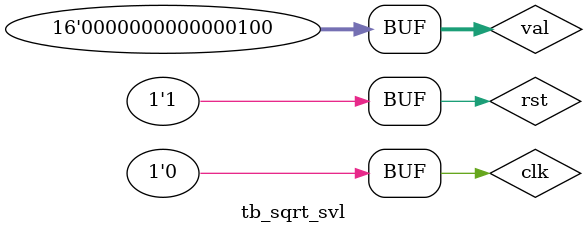
<source format=sv>

`timescale 1ns/1ns

module tb_sqrt_svl;

  //variable declarations
  logic clk, rst, eop;
  logic[15:0] val;
  logic[ 7:0] out;

  //mapping
  sqrt sqrt_mod(
    .clock(clk),
    .reset(rst),
    .endop(eop),
    .valor(val),
    .sqrt(out)
  );

  initial
    begin
      val <= 4; rst <= 0; #70;
      rst <= 1;
    end

  always 
    begin
      clk <= 1; #10;
      clk <= 0; #10;
    end

endmodule
</source>
